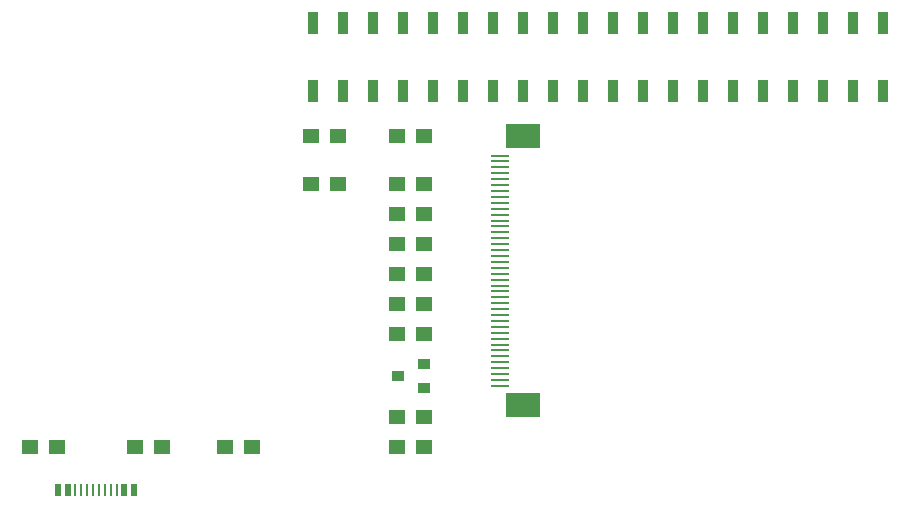
<source format=gbr>
G04 DesignSpark PCB Gerber Version 11.0 Build 5877*
G04 #@! TF.Part,Single*
G04 #@! TF.FileFunction,Paste,Bot*
G04 #@! TF.FilePolarity,Positive*
%FSLAX35Y35*%
%MOIN*%
G04 #@! TA.AperFunction,SMDPad,CuDef*
%ADD130R,0.01063X0.04370*%
%ADD129R,0.02126X0.04252*%
%ADD133R,0.03614X0.07472*%
%ADD132R,0.06181X0.01063*%
%ADD135R,0.04400X0.03600*%
%ADD134R,0.05450X0.04950*%
%ADD131R,0.11402X0.07937*%
G04 #@! TD.AperFunction*
X0Y0D02*
D02*
D129*
X140152Y35806D03*
X143301D03*
X162199D03*
X165348D03*
D02*
D130*
X145860D03*
X147829D03*
X149797D03*
X151766D03*
X153734D03*
X155703D03*
X157671D03*
X159640D03*
D02*
D131*
X295277Y64125D03*
Y153865D03*
D02*
D132*
X287481Y70609D03*
Y72578D03*
Y74546D03*
Y76515D03*
Y78483D03*
Y80452D03*
Y82420D03*
Y84389D03*
Y86357D03*
Y88326D03*
Y90294D03*
Y92263D03*
Y94231D03*
Y96200D03*
Y98168D03*
Y100137D03*
Y102105D03*
Y104074D03*
Y106042D03*
Y108011D03*
Y109979D03*
Y111948D03*
Y113916D03*
Y115885D03*
Y117853D03*
Y119822D03*
Y121790D03*
Y123759D03*
Y125727D03*
Y127696D03*
Y129664D03*
Y131633D03*
Y133601D03*
Y135570D03*
Y137538D03*
Y139507D03*
Y141475D03*
Y143444D03*
Y145412D03*
Y147381D03*
D02*
D133*
X225250Y169000D03*
Y191500D03*
X235250Y169000D03*
Y191500D03*
X245250Y169000D03*
Y191500D03*
X255250Y169000D03*
Y191500D03*
X265250Y169000D03*
Y191500D03*
X275250Y169000D03*
Y191500D03*
X285250Y169000D03*
Y191500D03*
X295250Y169000D03*
Y191500D03*
X305250Y169000D03*
Y191500D03*
X315250Y169000D03*
Y191500D03*
X325250Y169000D03*
Y191500D03*
X335250Y169000D03*
Y191500D03*
X345250Y169000D03*
Y191500D03*
X355250Y169000D03*
Y191500D03*
X365250Y169000D03*
Y191500D03*
X375250Y169000D03*
Y191500D03*
X385250Y169000D03*
Y191500D03*
X395250Y169000D03*
Y191500D03*
X405250Y169000D03*
Y191500D03*
X415250Y169000D03*
Y191500D03*
D02*
D134*
X130750Y50250D03*
X139750D03*
X165750D03*
X174750D03*
X195750D03*
X204750D03*
X224500Y137750D03*
Y154000D03*
X233500Y137750D03*
Y154000D03*
X253250Y50250D03*
Y60250D03*
Y87750D03*
Y97750D03*
Y107750D03*
Y117750D03*
Y127750D03*
Y137750D03*
Y154000D03*
X262250Y50250D03*
Y60250D03*
Y87750D03*
Y97750D03*
Y107750D03*
Y117750D03*
Y127750D03*
Y137750D03*
Y154000D03*
D02*
D135*
X253350Y74000D03*
X262050Y70000D03*
Y78000D03*
X0Y0D02*
M02*

</source>
